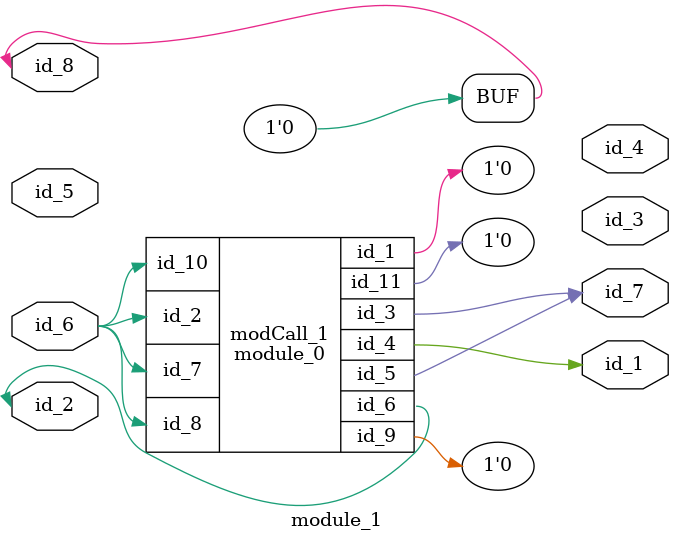
<source format=v>
module module_0 (
    id_1,
    id_2,
    id_3,
    id_4,
    id_5,
    id_6,
    id_7,
    id_8,
    id_9,
    id_10,
    id_11
);
  inout wire id_11;
  input wire id_10;
  inout wire id_9;
  input wire id_8;
  input wire id_7;
  inout wire id_6;
  output wire id_5;
  output wire id_4;
  output wire id_3;
  input wire id_2;
  inout wire id_1;
endmodule
module module_1 (
    id_1,
    id_2,
    id_3,
    id_4,
    id_5,
    id_6,
    id_7,
    id_8
);
  inout wire id_8;
  output wire id_7;
  input wire id_6;
  input wire id_5;
  output wire id_4;
  output wire id_3;
  inout wire id_2;
  output wire id_1;
  initial id_8 = 1'b0;
  module_0 modCall_1 (
      id_8,
      id_6,
      id_7,
      id_1,
      id_7,
      id_2,
      id_6,
      id_6,
      id_8,
      id_6,
      id_8
  );
endmodule

</source>
